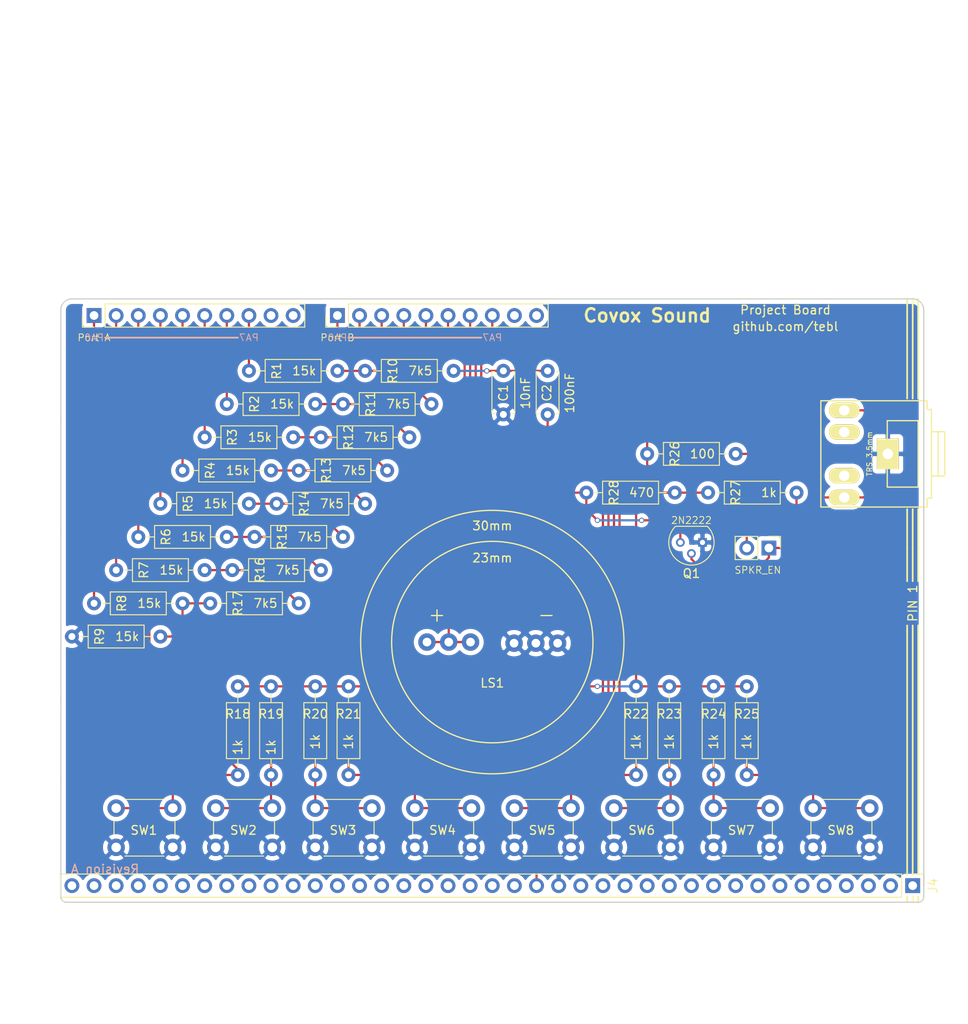
<source format=kicad_pcb>
(kicad_pcb (version 20171130) (host pcbnew "(5.1.5)-3")
  (layers (0 F.Cu signal) (31 B.Cu signal) (34 B.Paste user) (35 F.Paste user) (36 B.SilkS user) (37 F.SilkS user) (38 B.Mask user) (39 F.Mask user) (44 Edge.Cuts user))
  (net 0 "")
  (net 1 GND)
  (net 2 VCC)
  (net 3 "Net-(R13-Pad1)")
  (net 4 "Net-(R14-Pad1)")
  (net 5 "Net-(C1-Pad1)")
  (net 6 /PA0)
  (net 7 /PA1)
  (net 8 /PA2)
  (net 9 /PA3)
  (net 10 /PA4)
  (net 11 /PA5)
  (net 12 /PA6)
  (net 13 /PA7)
  (net 14 /PB0)
  (net 15 /PB1)
  (net 16 /PB2)
  (net 17 /PB3)
  (net 18 /PB4)
  (net 19 /PB5)
  (net 20 /PB6)
  (net 21 /PB7)
  (net 22 "Net-(R1-Pad2)")
  (net 23 "Net-(R11-Pad1)")
  (net 24 "Net-(R12-Pad1)")
  (net 25 "Net-(R15-Pad1)")
  (net 26 "Net-(R16-Pad1)")
  (net 27 "Net-(R17-Pad1)")
  (net 28 "Net-(C2-Pad2)")
  (net 29 "Net-(J2-Pad2)")
  (net 30 "Net-(JP1-Pad1)")
  (net 31 "Net-(LS1-Pad1)")
  (module speaker:Mini_Speaker (layer F.Cu) (at 149.86 117.475)
    (fp_text reference LS1 (at 0 4.699) (layer F.SilkS))
    (fp_text value Speaker)
    (fp_text user 30mm (at 0 -13.335) (layer F.SilkS))
    (fp_text user 23mm (at 0 -9.652) (layer F.SilkS))
    (pad 2 thru_hole circle (at 7.5 0.127) (size 2 2) (drill 1) (layers *.Cu *.Mask) (net 1 GND))
    (pad 1 thru_hole circle (at -7.5 0) (size 2 2) (drill 1) (layers *.Cu *.Mask) (net 31 "Net-(LS1-Pad1)"))
    (pad 1 thru_hole circle (at -5 0) (size 2 2) (drill 1) (layers *.Cu *.Mask) (net 31 "Net-(LS1-Pad1)"))
    (pad 2 thru_hole circle (at 5 0.127) (size 2 2) (drill 1) (layers *.Cu *.Mask) (net 1 GND))
    (pad 1 thru_hole circle (at -2.5 0) (size 2 2) (drill 1) (layers *.Cu *.Mask) (net 31 "Net-(LS1-Pad1)"))
    (pad 2 thru_hole circle (at 2.5 0.127) (size 2 2) (drill 1) (layers *.Cu *.Mask) (net 1 GND))
  )
  (module Resistors_THT:R_Axial_DIN0207_L6.3mm_D2.5mm_P10.16mm_Horizontal (layer F.Cu) (at 170.815 100.33 180)
    (fp_text reference R28 (at 6.985 0 90) (layer F.SilkS))
    (fp_text value 470 (at 3.81 0) (layer F.SilkS))
    (pad 2 thru_hole oval (at 10.16 0 180) (size 1.6 1.6) (drill 0.8) (layers *.Cu *.Mask) (net 31 "Net-(LS1-Pad1)"))
    (pad 1 thru_hole circle (at 0 0 180) (size 1.6 1.6) (drill 0.8) (layers *.Cu *.Mask) (net 2 VCC))
  )
  (module Resistors_THT:R_Axial_DIN0207_L6.3mm_D2.5mm_P10.16mm_Horizontal (layer F.Cu) (at 167.64 95.885)
    (fp_text reference R26 (at 3.175 0 90) (layer F.SilkS))
    (fp_text value 100 (at 6.35 0) (layer F.SilkS))
    (pad 2 thru_hole oval (at 10.16 0) (size 1.6 1.6) (drill 0.8) (layers *.Cu *.Mask) (net 29 "Net-(J2-Pad2)"))
    (pad 1 thru_hole circle (at 0 0) (size 1.6 1.6) (drill 0.8) (layers *.Cu *.Mask) (net 28 "Net-(C2-Pad2)"))
  )
  (module Resistors_THT:R_Axial_DIN0207_L6.3mm_D2.5mm_P10.16mm_Horizontal (layer F.Cu) (at 174.625 100.33)
    (fp_text reference R27 (at 3.175 0 90) (layer F.SilkS))
    (fp_text value 1k (at 6.985 0) (layer F.SilkS))
    (pad 1 thru_hole circle (at 0 0) (size 1.6 1.6) (drill 0.8) (layers *.Cu *.Mask) (net 2 VCC))
    (pad 2 thru_hole oval (at 10.16 0) (size 1.6 1.6) (drill 0.8) (layers *.Cu *.Mask) (net 30 "Net-(JP1-Pad1)"))
  )
  (module Capacitors_THT:C_Disc_D4.7mm_W2.5mm_P5.00mm (layer F.Cu) (at 151.13 86.36 270)
    (fp_text reference C1 (at 2.54 0 270) (layer F.SilkS))
    (fp_text value 10nF (at 2.54 -2.54 270) (layer F.SilkS))
    (pad 1 thru_hole circle (at 0 0 270) (size 1.6 1.6) (drill 0.8) (layers *.Cu *.Mask) (net 5 "Net-(C1-Pad1)"))
    (pad 2 thru_hole circle (at 5 0 270) (size 1.6 1.6) (drill 0.8) (layers *.Cu *.Mask) (net 1 GND))
  )
  (module Capacitors_THT:C_Disc_D4.7mm_W2.5mm_P5.00mm (layer F.Cu) (at 156.21 86.36 270)
    (fp_text reference C2 (at 2.54 0.084999 270) (layer F.SilkS))
    (fp_text value 100nF (at 2.54 -2.54 270) (layer F.SilkS))
    (pad 1 thru_hole circle (at 0 0 270) (size 1.6 1.6) (drill 0.8) (layers *.Cu *.Mask) (net 5 "Net-(C1-Pad1)"))
    (pad 2 thru_hole circle (at 5 0 270) (size 1.6 1.6) (drill 0.8) (layers *.Cu *.Mask) (net 28 "Net-(C2-Pad2)"))
  )
  (module Resistors_THT:R_Axial_DIN0207_L6.3mm_D2.5mm_P10.16mm_Horizontal (layer F.Cu) (at 133.35 132.715 90)
    (fp_text reference R21 (at 6.985 0 180) (layer F.SilkS))
    (fp_text value 1k (at 3.81 0 90) (layer F.SilkS))
    (pad 1 thru_hole circle (at 0 0 90) (size 1.6 1.6) (drill 0.8) (layers *.Cu *.Mask) (net 17 /PB3))
    (pad 2 thru_hole oval (at 10.16 0 90) (size 1.6 1.6) (drill 0.8) (layers *.Cu *.Mask) (net 2 VCC))
  )
  (module Resistors_THT:R_Axial_DIN0207_L6.3mm_D2.5mm_P10.16mm_Horizontal (layer F.Cu) (at 135.255 86.36)
    (fp_text reference R10 (at 3.175 0 90) (layer F.SilkS))
    (fp_text value 7k5 (at 6.35 0) (layer F.SilkS))
    (pad 1 thru_hole circle (at 0 0) (size 1.6 1.6) (drill 0.8) (layers *.Cu *.Mask) (net 22 "Net-(R1-Pad2)"))
    (pad 2 thru_hole oval (at 10.16 0) (size 1.6 1.6) (drill 0.8) (layers *.Cu *.Mask) (net 5 "Net-(C1-Pad1)"))
  )
  (module Buttons_Switches_THT:SW_PUSH_6mm (layer F.Cu) (at 106.68 136.525)
    (fp_text reference SW1 (at 3.175 2.54) (layer F.SilkS))
    (fp_text value SW_Push)
    (pad 2 thru_hole circle (at 0 4.5 90) (size 2 2) (drill 1.1) (layers *.Cu *.Mask) (net 1 GND))
    (pad 1 thru_hole circle (at 0 0 90) (size 2 2) (drill 1.1) (layers *.Cu *.Mask) (net 14 /PB0))
    (pad 2 thru_hole circle (at 6.5 4.5 90) (size 2 2) (drill 1.1) (layers *.Cu *.Mask) (net 1 GND))
    (pad 1 thru_hole circle (at 6.5 0 90) (size 2 2) (drill 1.1) (layers *.Cu *.Mask) (net 14 /PB0))
  )
  (module Buttons_Switches_THT:SW_PUSH_6mm (layer F.Cu) (at 118.11 136.525)
    (fp_text reference SW2 (at 3.175 2.54) (layer F.SilkS))
    (fp_text value SW_Push)
    (pad 2 thru_hole circle (at 0 4.5 90) (size 2 2) (drill 1.1) (layers *.Cu *.Mask) (net 1 GND))
    (pad 1 thru_hole circle (at 0 0 90) (size 2 2) (drill 1.1) (layers *.Cu *.Mask) (net 15 /PB1))
    (pad 2 thru_hole circle (at 6.5 4.5 90) (size 2 2) (drill 1.1) (layers *.Cu *.Mask) (net 1 GND))
    (pad 1 thru_hole circle (at 6.5 0 90) (size 2 2) (drill 1.1) (layers *.Cu *.Mask) (net 15 /PB1))
  )
  (module Resistors_THT:R_Axial_DIN0207_L6.3mm_D2.5mm_P10.16mm_Horizontal (layer F.Cu) (at 120.65 132.715 90)
    (fp_text reference R18 (at 6.985 0 180) (layer F.SilkS))
    (fp_text value 1k (at 3.175 0 90) (layer F.SilkS))
    (pad 1 thru_hole circle (at 0 0 90) (size 1.6 1.6) (drill 0.8) (layers *.Cu *.Mask) (net 14 /PB0))
    (pad 2 thru_hole oval (at 10.16 0 90) (size 1.6 1.6) (drill 0.8) (layers *.Cu *.Mask) (net 2 VCC))
  )
  (module Resistors_THT:R_Axial_DIN0207_L6.3mm_D2.5mm_P10.16mm_Horizontal (layer F.Cu) (at 124.46 132.715 90)
    (fp_text reference R19 (at 6.985 0 180) (layer F.SilkS))
    (fp_text value 1k (at 3.175 0 90) (layer F.SilkS))
    (pad 1 thru_hole circle (at 0 0 90) (size 1.6 1.6) (drill 0.8) (layers *.Cu *.Mask) (net 15 /PB1))
    (pad 2 thru_hole oval (at 10.16 0 90) (size 1.6 1.6) (drill 0.8) (layers *.Cu *.Mask) (net 2 VCC))
  )
  (module Resistors_THT:R_Axial_DIN0207_L6.3mm_D2.5mm_P10.16mm_Horizontal (layer F.Cu) (at 121.92 86.36)
    (fp_text reference R1 (at 3.175 0 90) (layer F.SilkS))
    (fp_text value 15k (at 6.35 0) (layer F.SilkS))
    (pad 1 thru_hole circle (at 0 0) (size 1.6 1.6) (drill 0.8) (layers *.Cu *.Mask) (net 13 /PA7))
    (pad 2 thru_hole oval (at 10.16 0) (size 1.6 1.6) (drill 0.8) (layers *.Cu *.Mask) (net 22 "Net-(R1-Pad2)"))
  )
  (module Resistors_THT:R_Axial_DIN0207_L6.3mm_D2.5mm_P10.16mm_Horizontal (layer F.Cu) (at 119.38 90.17)
    (fp_text reference R2 (at 3.175 0 90) (layer F.SilkS))
    (fp_text value 15k (at 6.35 0) (layer F.SilkS))
    (pad 1 thru_hole circle (at 0 0) (size 1.6 1.6) (drill 0.8) (layers *.Cu *.Mask) (net 12 /PA6))
    (pad 2 thru_hole oval (at 10.16 0) (size 1.6 1.6) (drill 0.8) (layers *.Cu *.Mask) (net 23 "Net-(R11-Pad1)"))
  )
  (module Resistors_THT:R_Axial_DIN0207_L6.3mm_D2.5mm_P10.16mm_Horizontal (layer F.Cu) (at 116.84 93.98)
    (fp_text reference R3 (at 3.175 0 90) (layer F.SilkS))
    (fp_text value 15k (at 6.35 0) (layer F.SilkS))
    (pad 1 thru_hole circle (at 0 0) (size 1.6 1.6) (drill 0.8) (layers *.Cu *.Mask) (net 11 /PA5))
    (pad 2 thru_hole oval (at 10.16 0) (size 1.6 1.6) (drill 0.8) (layers *.Cu *.Mask) (net 24 "Net-(R12-Pad1)"))
  )
  (module Resistors_THT:R_Axial_DIN0207_L6.3mm_D2.5mm_P10.16mm_Horizontal (layer F.Cu) (at 114.3 97.79)
    (fp_text reference R4 (at 3.175 0 90) (layer F.SilkS))
    (fp_text value 15k (at 6.35 0) (layer F.SilkS))
    (pad 1 thru_hole circle (at 0 0) (size 1.6 1.6) (drill 0.8) (layers *.Cu *.Mask) (net 10 /PA4))
    (pad 2 thru_hole oval (at 10.16 0) (size 1.6 1.6) (drill 0.8) (layers *.Cu *.Mask) (net 3 "Net-(R13-Pad1)"))
  )
  (module Resistors_THT:R_Axial_DIN0207_L6.3mm_D2.5mm_P10.16mm_Horizontal (layer F.Cu) (at 111.76 101.6)
    (fp_text reference R5 (at 3.175 0 90) (layer F.SilkS))
    (fp_text value 15k (at 6.35 0) (layer F.SilkS))
    (pad 1 thru_hole circle (at 0 0) (size 1.6 1.6) (drill 0.8) (layers *.Cu *.Mask) (net 9 /PA3))
    (pad 2 thru_hole oval (at 10.16 0) (size 1.6 1.6) (drill 0.8) (layers *.Cu *.Mask) (net 4 "Net-(R14-Pad1)"))
  )
  (module Resistors_THT:R_Axial_DIN0207_L6.3mm_D2.5mm_P10.16mm_Horizontal (layer F.Cu) (at 109.22 105.41)
    (fp_text reference R6 (at 3.175 0 90) (layer F.SilkS))
    (fp_text value 15k (at 6.35 0) (layer F.SilkS))
    (pad 1 thru_hole circle (at 0 0) (size 1.6 1.6) (drill 0.8) (layers *.Cu *.Mask) (net 8 /PA2))
    (pad 2 thru_hole oval (at 10.16 0) (size 1.6 1.6) (drill 0.8) (layers *.Cu *.Mask) (net 25 "Net-(R15-Pad1)"))
  )
  (module Resistors_THT:R_Axial_DIN0207_L6.3mm_D2.5mm_P10.16mm_Horizontal (layer F.Cu) (at 106.68 109.22)
    (fp_text reference R7 (at 3.175 0 90) (layer F.SilkS))
    (fp_text value 15k (at 6.35 0) (layer F.SilkS))
    (pad 1 thru_hole circle (at 0 0) (size 1.6 1.6) (drill 0.8) (layers *.Cu *.Mask) (net 7 /PA1))
    (pad 2 thru_hole oval (at 10.16 0) (size 1.6 1.6) (drill 0.8) (layers *.Cu *.Mask) (net 26 "Net-(R16-Pad1)"))
  )
  (module Resistors_THT:R_Axial_DIN0207_L6.3mm_D2.5mm_P10.16mm_Horizontal (layer F.Cu) (at 104.14 113.03)
    (fp_text reference R8 (at 3.175 0 90) (layer F.SilkS))
    (fp_text value 15k (at 6.35 0) (layer F.SilkS))
    (pad 1 thru_hole circle (at 0 0) (size 1.6 1.6) (drill 0.8) (layers *.Cu *.Mask) (net 6 /PA0))
    (pad 2 thru_hole oval (at 10.16 0) (size 1.6 1.6) (drill 0.8) (layers *.Cu *.Mask) (net 27 "Net-(R17-Pad1)"))
  )
  (module Resistors_THT:R_Axial_DIN0207_L6.3mm_D2.5mm_P10.16mm_Horizontal (layer F.Cu) (at 101.6 116.84)
    (fp_text reference R9 (at 3.175 0 90) (layer F.SilkS))
    (fp_text value 15k (at 6.35 0) (layer F.SilkS))
    (pad 1 thru_hole circle (at 0 0) (size 1.6 1.6) (drill 0.8) (layers *.Cu *.Mask) (net 1 GND))
    (pad 2 thru_hole oval (at 10.16 0) (size 1.6 1.6) (drill 0.8) (layers *.Cu *.Mask) (net 27 "Net-(R17-Pad1)"))
  )
  (module Resistors_THT:R_Axial_DIN0207_L6.3mm_D2.5mm_P10.16mm_Horizontal (layer F.Cu) (at 129.54 132.715 90)
    (fp_text reference R20 (at 6.985 0 180) (layer F.SilkS))
    (fp_text value 1k (at 3.81 0 90) (layer F.SilkS))
    (pad 1 thru_hole circle (at 0 0 90) (size 1.6 1.6) (drill 0.8) (layers *.Cu *.Mask) (net 16 /PB2))
    (pad 2 thru_hole oval (at 10.16 0 90) (size 1.6 1.6) (drill 0.8) (layers *.Cu *.Mask) (net 2 VCC))
  )
  (module Resistors_THT:R_Axial_DIN0207_L6.3mm_D2.5mm_P10.16mm_Horizontal (layer F.Cu) (at 132.715 90.17)
    (fp_text reference R11 (at 3.175 0 90) (layer F.SilkS))
    (fp_text value 7k5 (at 6.35 0) (layer F.SilkS))
    (pad 1 thru_hole circle (at 0 0) (size 1.6 1.6) (drill 0.8) (layers *.Cu *.Mask) (net 23 "Net-(R11-Pad1)"))
    (pad 2 thru_hole oval (at 10.16 0) (size 1.6 1.6) (drill 0.8) (layers *.Cu *.Mask) (net 22 "Net-(R1-Pad2)"))
  )
  (module Resistors_THT:R_Axial_DIN0207_L6.3mm_D2.5mm_P10.16mm_Horizontal (layer F.Cu) (at 130.175 93.98)
    (fp_text reference R12 (at 3.175 0 90) (layer F.SilkS))
    (fp_text value 7k5 (at 6.35 0) (layer F.SilkS))
    (pad 1 thru_hole circle (at 0 0) (size 1.6 1.6) (drill 0.8) (layers *.Cu *.Mask) (net 24 "Net-(R12-Pad1)"))
    (pad 2 thru_hole oval (at 10.16 0) (size 1.6 1.6) (drill 0.8) (layers *.Cu *.Mask) (net 23 "Net-(R11-Pad1)"))
  )
  (module Resistors_THT:R_Axial_DIN0207_L6.3mm_D2.5mm_P10.16mm_Horizontal (layer F.Cu) (at 127.635 97.79)
    (fp_text reference R13 (at 3.175 0 90) (layer F.SilkS))
    (fp_text value 7k5 (at 6.35 0) (layer F.SilkS))
    (pad 1 thru_hole circle (at 0 0) (size 1.6 1.6) (drill 0.8) (layers *.Cu *.Mask) (net 3 "Net-(R13-Pad1)"))
    (pad 2 thru_hole oval (at 10.16 0) (size 1.6 1.6) (drill 0.8) (layers *.Cu *.Mask) (net 24 "Net-(R12-Pad1)"))
  )
  (module Resistors_THT:R_Axial_DIN0207_L6.3mm_D2.5mm_P10.16mm_Horizontal (layer F.Cu) (at 125.095 101.6)
    (fp_text reference R14 (at 3.175 0 90) (layer F.SilkS))
    (fp_text value 7k5 (at 6.35 0) (layer F.SilkS))
    (pad 1 thru_hole circle (at 0 0) (size 1.6 1.6) (drill 0.8) (layers *.Cu *.Mask) (net 4 "Net-(R14-Pad1)"))
    (pad 2 thru_hole oval (at 10.16 0) (size 1.6 1.6) (drill 0.8) (layers *.Cu *.Mask) (net 3 "Net-(R13-Pad1)"))
  )
  (module Resistors_THT:R_Axial_DIN0207_L6.3mm_D2.5mm_P10.16mm_Horizontal (layer F.Cu) (at 122.555 105.41)
    (fp_text reference R15 (at 3.175 0 90) (layer F.SilkS))
    (fp_text value 7k5 (at 6.35 0) (layer F.SilkS))
    (pad 1 thru_hole circle (at 0 0) (size 1.6 1.6) (drill 0.8) (layers *.Cu *.Mask) (net 25 "Net-(R15-Pad1)"))
    (pad 2 thru_hole oval (at 10.16 0) (size 1.6 1.6) (drill 0.8) (layers *.Cu *.Mask) (net 4 "Net-(R14-Pad1)"))
  )
  (module Resistors_THT:R_Axial_DIN0207_L6.3mm_D2.5mm_P10.16mm_Horizontal (layer F.Cu) (at 120.015 109.22)
    (fp_text reference R16 (at 3.175 0 90) (layer F.SilkS))
    (fp_text value 7k5 (at 6.35 0) (layer F.SilkS))
    (pad 1 thru_hole circle (at 0 0) (size 1.6 1.6) (drill 0.8) (layers *.Cu *.Mask) (net 26 "Net-(R16-Pad1)"))
    (pad 2 thru_hole oval (at 10.16 0) (size 1.6 1.6) (drill 0.8) (layers *.Cu *.Mask) (net 25 "Net-(R15-Pad1)"))
  )
  (module Resistors_THT:R_Axial_DIN0207_L6.3mm_D2.5mm_P10.16mm_Horizontal (layer F.Cu) (at 117.475 113.03)
    (fp_text reference R17 (at 3.175 0 90) (layer F.SilkS))
    (fp_text value 7k5 (at 6.35 0) (layer F.SilkS))
    (pad 1 thru_hole circle (at 0 0) (size 1.6 1.6) (drill 0.8) (layers *.Cu *.Mask) (net 27 "Net-(R17-Pad1)"))
    (pad 2 thru_hole oval (at 10.16 0) (size 1.6 1.6) (drill 0.8) (layers *.Cu *.Mask) (net 26 "Net-(R16-Pad1)"))
  )
  (module Resistors_THT:R_Axial_DIN0207_L6.3mm_D2.5mm_P10.16mm_Horizontal (layer F.Cu) (at 166.37 132.715 90)
    (fp_text reference R22 (at 6.985 0 180) (layer F.SilkS))
    (fp_text value 1k (at 3.81 0 90) (layer F.SilkS))
    (pad 1 thru_hole circle (at 0 0 90) (size 1.6 1.6) (drill 0.8) (layers *.Cu *.Mask) (net 18 /PB4))
    (pad 2 thru_hole oval (at 10.16 0 90) (size 1.6 1.6) (drill 0.8) (layers *.Cu *.Mask) (net 2 VCC))
  )
  (module Resistors_THT:R_Axial_DIN0207_L6.3mm_D2.5mm_P10.16mm_Horizontal (layer F.Cu) (at 170.18 132.715 90)
    (fp_text reference R23 (at 6.985 0 180) (layer F.SilkS))
    (fp_text value 1k (at 3.81 0 90) (layer F.SilkS))
    (pad 1 thru_hole circle (at 0 0 90) (size 1.6 1.6) (drill 0.8) (layers *.Cu *.Mask) (net 19 /PB5))
    (pad 2 thru_hole oval (at 10.16 0 90) (size 1.6 1.6) (drill 0.8) (layers *.Cu *.Mask) (net 2 VCC))
  )
  (module Resistors_THT:R_Axial_DIN0207_L6.3mm_D2.5mm_P10.16mm_Horizontal (layer F.Cu) (at 175.26 132.715 90)
    (fp_text reference R24 (at 6.985 0 180) (layer F.SilkS))
    (fp_text value 1k (at 3.81 0 90) (layer F.SilkS))
    (pad 1 thru_hole circle (at 0 0 90) (size 1.6 1.6) (drill 0.8) (layers *.Cu *.Mask) (net 20 /PB6))
    (pad 2 thru_hole oval (at 10.16 0 90) (size 1.6 1.6) (drill 0.8) (layers *.Cu *.Mask) (net 2 VCC))
  )
  (module Resistors_THT:R_Axial_DIN0207_L6.3mm_D2.5mm_P10.16mm_Horizontal (layer F.Cu) (at 179.07 132.715 90)
    (fp_text reference R25 (at 6.985 0 180) (layer F.SilkS))
    (fp_text value 1k (at 3.81 0 90) (layer F.SilkS))
    (pad 1 thru_hole circle (at 0 0 90) (size 1.6 1.6) (drill 0.8) (layers *.Cu *.Mask) (net 21 /PB7))
    (pad 2 thru_hole oval (at 10.16 0 90) (size 1.6 1.6) (drill 0.8) (layers *.Cu *.Mask) (net 2 VCC))
  )
  (module Buttons_Switches_THT:SW_PUSH_6mm (layer F.Cu) (at 129.54 136.525)
    (fp_text reference SW3 (at 3.175 2.54) (layer F.SilkS))
    (fp_text value SW_Push)
    (pad 2 thru_hole circle (at 0 4.5 90) (size 2 2) (drill 1.1) (layers *.Cu *.Mask) (net 1 GND))
    (pad 1 thru_hole circle (at 0 0 90) (size 2 2) (drill 1.1) (layers *.Cu *.Mask) (net 16 /PB2))
    (pad 2 thru_hole circle (at 6.5 4.5 90) (size 2 2) (drill 1.1) (layers *.Cu *.Mask) (net 1 GND))
    (pad 1 thru_hole circle (at 6.5 0 90) (size 2 2) (drill 1.1) (layers *.Cu *.Mask) (net 16 /PB2))
  )
  (module Buttons_Switches_THT:SW_PUSH_6mm (layer F.Cu) (at 140.97 136.525)
    (fp_text reference SW4 (at 3.175 2.54) (layer F.SilkS))
    (fp_text value SW_Push)
    (pad 2 thru_hole circle (at 0 4.5 90) (size 2 2) (drill 1.1) (layers *.Cu *.Mask) (net 1 GND))
    (pad 1 thru_hole circle (at 0 0 90) (size 2 2) (drill 1.1) (layers *.Cu *.Mask) (net 17 /PB3))
    (pad 2 thru_hole circle (at 6.5 4.5 90) (size 2 2) (drill 1.1) (layers *.Cu *.Mask) (net 1 GND))
    (pad 1 thru_hole circle (at 6.5 0 90) (size 2 2) (drill 1.1) (layers *.Cu *.Mask) (net 17 /PB3))
  )
  (module Buttons_Switches_THT:SW_PUSH_6mm (layer F.Cu) (at 152.4 136.525)
    (fp_text reference SW5 (at 3.175 2.54) (layer F.SilkS))
    (fp_text value SW_Push)
    (pad 2 thru_hole circle (at 0 4.5 90) (size 2 2) (drill 1.1) (layers *.Cu *.Mask) (net 1 GND))
    (pad 1 thru_hole circle (at 0 0 90) (size 2 2) (drill 1.1) (layers *.Cu *.Mask) (net 18 /PB4))
    (pad 2 thru_hole circle (at 6.5 4.5 90) (size 2 2) (drill 1.1) (layers *.Cu *.Mask) (net 1 GND))
    (pad 1 thru_hole circle (at 6.5 0 90) (size 2 2) (drill 1.1) (layers *.Cu *.Mask) (net 18 /PB4))
  )
  (module Buttons_Switches_THT:SW_PUSH_6mm (layer F.Cu) (at 163.83 136.525)
    (fp_text reference SW6 (at 3.175 2.54) (layer F.SilkS))
    (fp_text value SW_Push)
    (pad 2 thru_hole circle (at 0 4.5 90) (size 2 2) (drill 1.1) (layers *.Cu *.Mask) (net 1 GND))
    (pad 1 thru_hole circle (at 0 0 90) (size 2 2) (drill 1.1) (layers *.Cu *.Mask) (net 19 /PB5))
    (pad 2 thru_hole circle (at 6.5 4.5 90) (size 2 2) (drill 1.1) (layers *.Cu *.Mask) (net 1 GND))
    (pad 1 thru_hole circle (at 6.5 0 90) (size 2 2) (drill 1.1) (layers *.Cu *.Mask) (net 19 /PB5))
  )
  (module Buttons_Switches_THT:SW_PUSH_6mm (layer F.Cu) (at 175.26 136.525)
    (fp_text reference SW7 (at 3.175 2.54) (layer F.SilkS))
    (fp_text value SW_Push)
    (pad 2 thru_hole circle (at 0 4.5 90) (size 2 2) (drill 1.1) (layers *.Cu *.Mask) (net 1 GND))
    (pad 1 thru_hole circle (at 0 0 90) (size 2 2) (drill 1.1) (layers *.Cu *.Mask) (net 20 /PB6))
    (pad 2 thru_hole circle (at 6.5 4.5 90) (size 2 2) (drill 1.1) (layers *.Cu *.Mask) (net 1 GND))
    (pad 1 thru_hole circle (at 6.5 0 90) (size 2 2) (drill 1.1) (layers *.Cu *.Mask) (net 20 /PB6))
  )
  (module Buttons_Switches_THT:SW_PUSH_6mm (layer F.Cu) (at 186.69 136.525)
    (fp_text reference SW8 (at 3.175 2.54) (layer F.SilkS))
    (fp_text value SW_Push)
    (pad 2 thru_hole circle (at 0 4.5 90) (size 2 2) (drill 1.1) (layers *.Cu *.Mask) (net 1 GND))
    (pad 1 thru_hole circle (at 0 0 90) (size 2 2) (drill 1.1) (layers *.Cu *.Mask) (net 21 /PB7))
    (pad 2 thru_hole circle (at 6.5 4.5 90) (size 2 2) (drill 1.1) (layers *.Cu *.Mask) (net 1 GND))
    (pad 1 thru_hole circle (at 6.5 0 90) (size 2 2) (drill 1.1) (layers *.Cu *.Mask) (net 21 /PB7))
  )
  (module Pin_Headers:Pin_Header_Straight_1x10_Pitch2.54mm (layer F.Cu) (at 104.14 80.01 90)
    (fp_text reference J1)
    (fp_text value "Port A" (at -2.54 0 180) (layer F.SilkS) (effects (font (size 0.8 0.8) (thickness 0.1))))
    (pad 1 thru_hole rect (at 0 0 90) (size 1.7 1.7) (drill 1) (layers *.Cu *.Mask) (net 6 /PA0))
    (pad 2 thru_hole oval (at 0 2.54 90) (size 1.7 1.7) (drill 1) (layers *.Cu *.Mask) (net 7 /PA1))
    (pad 3 thru_hole oval (at 0 5.08 90) (size 1.7 1.7) (drill 1) (layers *.Cu *.Mask) (net 8 /PA2))
    (pad 4 thru_hole oval (at 0 7.62 90) (size 1.7 1.7) (drill 1) (layers *.Cu *.Mask) (net 9 /PA3))
    (pad 5 thru_hole oval (at 0 10.16 90) (size 1.7 1.7) (drill 1) (layers *.Cu *.Mask) (net 10 /PA4))
    (pad 6 thru_hole oval (at 0 12.7 90) (size 1.7 1.7) (drill 1) (layers *.Cu *.Mask) (net 11 /PA5))
    (pad 7 thru_hole oval (at 0 15.24 90) (size 1.7 1.7) (drill 1) (layers *.Cu *.Mask) (net 12 /PA6))
    (pad 8 thru_hole oval (at 0 17.78 90) (size 1.7 1.7) (drill 1) (layers *.Cu *.Mask) (net 13 /PA7))
    (pad 9 thru_hole oval (at 0 20.32 90) (size 1.7 1.7) (drill 1) (layers *.Cu *.Mask))
    (pad 10 thru_hole oval (at 0 22.86 90) (size 1.7 1.7) (drill 1) (layers *.Cu *.Mask))
  )
  (module Pin_Headers:Pin_Header_Straight_1x39_Pitch2.54mm (layer F.Cu) (at 198.12 145.415 270)
    (fp_text reference J4 (at 0 -2.33 270) (layer F.SilkS))
    (fp_text value Signals)
    (pad 1 thru_hole rect (at 0 0 270) (size 1.7 1.7) (drill 1) (layers *.Cu *.Mask))
    (pad 2 thru_hole oval (at 0 2.54 270) (size 1.7 1.7) (drill 1) (layers *.Cu *.Mask))
    (pad 3 thru_hole oval (at 0 5.08 270) (size 1.7 1.7) (drill 1) (layers *.Cu *.Mask))
    (pad 4 thru_hole oval (at 0 7.62 270) (size 1.7 1.7) (drill 1) (layers *.Cu *.Mask))
    (pad 5 thru_hole oval (at 0 10.16 270) (size 1.7 1.7) (drill 1) (layers *.Cu *.Mask))
    (pad 6 thru_hole oval (at 0 12.7 270) (size 1.7 1.7) (drill 1) (layers *.Cu *.Mask))
    (pad 7 thru_hole oval (at 0 15.24 270) (size 1.7 1.7) (drill 1) (layers *.Cu *.Mask))
    (pad 8 thru_hole oval (at 0 17.78 270) (size 1.7 1.7) (drill 1) (layers *.Cu *.Mask))
    (pad 9 thru_hole oval (at 0 20.32 270) (size 1.7 1.7) (drill 1) (layers *.Cu *.Mask))
    (pad 10 thru_hole oval (at 0 22.86 270) (size 1.7 1.7) (drill 1) (layers *.Cu *.Mask))
    (pad 11 thru_hole oval (at 0 25.4 270) (size 1.7 1.7) (drill 1) (layers *.Cu *.Mask))
    (pad 12 thru_hole oval (at 0 27.94 270) (size 1.7 1.7) (drill 1) (layers *.Cu *.Mask))
    (pad 13 thru_hole oval (at 0 30.48 270) (size 1.7 1.7) (drill 1) (layers *.Cu *.Mask))
    (pad 14 thru_hole oval (at 0 33.02 270) (size 1.7 1.7) (drill 1) (layers *.Cu *.Mask))
    (pad 15 thru_hole oval (at 0 35.56 270) (size 1.7 1.7) (drill 1) (layers *.Cu *.Mask))
    (pad 16 thru_hole oval (at 0 38.1 270) (size 1.7 1.7) (drill 1) (layers *.Cu *.Mask))
    (pad 17 thru_hole oval (at 0 40.64 270) (size 1.7 1.7) (drill 1) (layers *.Cu *.Mask) (net 1 GND))
    (pad 18 thru_hole oval (at 0 43.18 270) (size 1.7 1.7) (drill 1) (layers *.Cu *.Mask) (net 2 VCC))
    (pad 19 thru_hole oval (at 0 45.72 270) (size 1.7 1.7) (drill 1) (layers *.Cu *.Mask))
    (pad 20 thru_hole oval (at 0 48.26 270) (size 1.7 1.7) (drill 1) (layers *.Cu *.Mask))
    (pad 21 thru_hole oval (at 0 50.8 270) (size 1.7 1.7) (drill 1) (layers *.Cu *.Mask))
    (pad 22 thru_hole oval (at 0 53.34 270) (size 1.7 1.7) (drill 1) (layers *.Cu *.Mask))
    (pad 23 thru_hole oval (at 0 55.88 270) (size 1.7 1.7) (drill 1) (layers *.Cu *.Mask))
    (pad 24 thru_hole oval (at 0 58.42 270) (size 1.7 1.7) (drill 1) (layers *.Cu *.Mask))
    (pad 25 thru_hole oval (at 0 60.96 270) (size 1.7 1.7) (drill 1) (layers *.Cu *.Mask))
    (pad 26 thru_hole oval (at 0 63.5 270) (size 1.7 1.7) (drill 1) (layers *.Cu *.Mask))
    (pad 27 thru_hole oval (at 0 66.04 270) (size 1.7 1.7) (drill 1) (layers *.Cu *.Mask))
    (pad 28 thru_hole oval (at 0 68.58 270) (size 1.7 1.7) (drill 1) (layers *.Cu *.Mask))
    (pad 29 thru_hole oval (at 0 71.12 270) (size 1.7 1.7) (drill 1) (layers *.Cu *.Mask))
    (pad 30 thru_hole oval (at 0 73.66 270) (size 1.7 1.7) (drill 1) (layers *.Cu *.Mask))
    (pad 31 thru_hole oval (at 0 76.2 270) (size 1.7 1.7) (drill 1) (layers *.Cu *.Mask))
    (pad 32 thru_hole oval (at 0 78.74 270) (size 1.7 1.7) (drill 1) (layers *.Cu *.Mask))
    (pad 33 thru_hole oval (at 0 81.28 270) (size 1.7 1.7) (drill 1) (layers *.Cu *.Mask))
    (pad 34 thru_hole oval (at 0 83.82 270) (size 1.7 1.7) (drill 1) (layers *.Cu *.Mask))
    (pad 35 thru_hole oval (at 0 86.36 270) (size 1.7 1.7) (drill 1) (layers *.Cu *.Mask))
    (pad 36 thru_hole oval (at 0 88.9 270) (size 1.7 1.7) (drill 1) (layers *.Cu *.Mask))
    (pad 37 thru_hole oval (at 0 91.44 270) (size 1.7 1.7) (drill 1) (layers *.Cu *.Mask))
    (pad 38 thru_hole oval (at 0 93.98 270) (size 1.7 1.7) (drill 1) (layers *.Cu *.Mask))
    (pad 39 thru_hole oval (at 0 96.52 270) (size 1.7 1.7) (drill 1) (layers *.Cu *.Mask))
  )
  (module Pin_Headers:Pin_Header_Straight_1x10_Pitch2.54mm (layer F.Cu) (at 132.08 80.01 90)
    (fp_text reference J3)
    (fp_text value "Port B" (at -2.54 0 180) (layer F.SilkS) (effects (font (size 0.8 0.8) (thickness 0.1))))
    (pad 1 thru_hole rect (at 0 0 90) (size 1.7 1.7) (drill 1) (layers *.Cu *.Mask) (net 14 /PB0))
    (pad 2 thru_hole oval (at 0 2.54 90) (size 1.7 1.7) (drill 1) (layers *.Cu *.Mask) (net 15 /PB1))
    (pad 3 thru_hole oval (at 0 5.08 90) (size 1.7 1.7) (drill 1) (layers *.Cu *.Mask) (net 16 /PB2))
    (pad 4 thru_hole oval (at 0 7.62 90) (size 1.7 1.7) (drill 1) (layers *.Cu *.Mask) (net 17 /PB3))
    (pad 5 thru_hole oval (at 0 10.16 90) (size 1.7 1.7) (drill 1) (layers *.Cu *.Mask) (net 18 /PB4))
    (pad 6 thru_hole oval (at 0 12.7 90) (size 1.7 1.7) (drill 1) (layers *.Cu *.Mask) (net 19 /PB5))
    (pad 7 thru_hole oval (at 0 15.24 90) (size 1.7 1.7) (drill 1) (layers *.Cu *.Mask) (net 20 /PB6))
    (pad 8 thru_hole oval (at 0 17.78 90) (size 1.7 1.7) (drill 1) (layers *.Cu *.Mask) (net 21 /PB7))
    (pad 9 thru_hole oval (at 0 20.32 90) (size 1.7 1.7) (drill 1) (layers *.Cu *.Mask))
    (pad 10 thru_hole oval (at 0 22.86 90) (size 1.7 1.7) (drill 1) (layers *.Cu *.Mask))
  )
  (module trs:Tayda_3.5mm_stereo_TRS_jack_A-853 (layer F.Cu) (at 193.675 95.885 270)
    (fp_text reference J2)
    (fp_text value TRS_3.5mm (at 0 0.508 270) (layer F.SilkS) (effects (font (size 0.6 0.6) (thickness 0.1))))
    (pad 1 thru_hole rect (at 0 -1.596 270) (size 3.5 2.5) (drill 1.2) (layers *.Cu *.Mask F.SilkS) (net 1 GND))
    (pad 2 thru_hole oval (at 5 3.41 270) (size 1.75 3.5) (drill 1.2) (layers *.Cu *.Mask F.SilkS) (net 29 "Net-(J2-Pad2)"))
    (pad 5 thru_hole oval (at -5 3.41 270) (size 1.75 3.5) (drill 1.2) (layers *.Cu *.Mask F.SilkS) (net 29 "Net-(J2-Pad2)"))
    (pad 3 thru_hole oval (at 2.5 3.41 270) (size 1.75 3.5) (drill 1.2) (layers *.Cu *.Mask F.SilkS))
    (pad 4 thru_hole oval (at -2.5 3.41 270) (size 1.75 3.5) (drill 1.2) (layers *.Cu *.Mask F.SilkS))
  )
  (module Pin_Headers:Pin_Header_Straight_1x02_Pitch2.54mm (layer F.Cu) (at 181.61 106.68 270)
    (fp_text reference JP1)
    (fp_text value SPKR_EN (at 2.54 1.27) (layer F.SilkS) (effects (font (size 0.8 0.8) (thickness 0.1))))
    (pad 1 thru_hole rect (at 0 0 270) (size 1.7 1.7) (drill 1) (layers *.Cu *.Mask) (net 30 "Net-(JP1-Pad1)"))
    (pad 2 thru_hole oval (at 0 2.54 270) (size 1.7 1.7) (drill 1) (layers *.Cu *.Mask) (net 28 "Net-(C2-Pad2)"))
  )
  (module TO_SOT_Packages_THT:TO-92_Molded_Narrow (layer F.Cu) (at 173.99 106.045 180)
    (fp_text reference Q1 (at 1.27 -3.56) (layer F.SilkS))
    (fp_text value 2N2222 (at 1.27 2.54) (layer F.SilkS) (effects (font (size 0.8 0.8) (thickness 0.1))))
    (pad 1 thru_hole rect (at 0 0 270) (size 1 1) (drill 0.6) (layers *.Cu *.Mask) (net 1 GND))
    (pad 3 thru_hole circle (at 2.54 0 270) (size 1 1) (drill 0.6) (layers *.Cu *.Mask) (net 31 "Net-(LS1-Pad1)"))
    (pad 2 thru_hole circle (at 1.27 -1.27 270) (size 1 1) (drill 0.6) (layers *.Cu *.Mask) (net 30 "Net-(JP1-Pad1)"))
  )
  (gr_line (start 133.35 82.55) (end 148.59 82.55) (angle 90) (layer B.SilkS) (width 0.2))
  (gr_text PA0 (at 132.08 82.55) (layer B.SilkS) (effects (font (size 0.8 0.8) (thickness 0.1)) (justify mirror)))
  (gr_text PA7 (at 149.86 82.55) (layer B.SilkS) (effects (font (size 0.8 0.8) (thickness 0.1)) (justify mirror)))
  (gr_line (start 198.755 89.535) (end 198.755 80.01) (angle 90) (layer F.SilkS) (width 0.2))
  (gr_line (start 198.12 80.01) (end 198.12 89.535) (angle 90) (layer F.SilkS) (width 0.2))
  (gr_line (start 197.485 89.535) (end 197.485 80.01) (angle 90) (layer F.SilkS) (width 0.2))
  (gr_line (start 198.755 106.68) (end 198.755 102.235) (angle 90) (layer F.SilkS) (width 0.2))
  (gr_line (start 198.12 102.235) (end 198.12 106.68) (angle 90) (layer F.SilkS) (width 0.2))
  (gr_line (start 197.485 106.68) (end 197.485 102.235) (angle 90) (layer F.SilkS) (width 0.2))
  (gr_line (start 198.755 110.49) (end 198.755 106.68) (angle 90) (layer F.SilkS) (width 0.2))
  (gr_line (start 198.12 106.68) (end 198.12 110.49) (angle 90) (layer F.SilkS) (width 0.2))
  (gr_line (start 197.485 110.49) (end 197.485 106.68) (angle 90) (layer F.SilkS) (width 0.2))
  (gr_line (start 105.41 82.55) (end 120.65 82.55) (angle 90) (layer B.SilkS) (width 0.2))
  (gr_text PA7 (at 121.92 82.55) (layer B.SilkS) (effects (font (size 0.8 0.8) (thickness 0.1)) (justify mirror)))
  (gr_text PA0 (at 104.14 82.55) (layer B.SilkS) (effects (font (size 0.8 0.8) (thickness 0.1)) (justify mirror)))
  (gr_line (start 198.755 146.685) (end 198.755 147.32) (angle 90) (layer F.SilkS) (width 0.2))
  (gr_line (start 198.12 146.685) (end 198.12 147.32) (angle 90) (layer F.SilkS) (width 0.2))
  (gr_line (start 197.485 146.685) (end 197.485 147.32) (angle 90) (layer F.SilkS) (width 0.2))
  (gr_line (start 198.755 115.57) (end 198.755 144.145) (angle 90) (layer F.SilkS) (width 0.2))
  (gr_line (start 198.12 144.145) (end 198.12 115.57) (angle 90) (layer F.SilkS) (width 0.2))
  (gr_line (start 197.485 115.57) (end 197.485 144.145) (angle 90) (layer F.SilkS) (width 0.2))
  (gr_line (start 100.33 146.685) (end 100.33 133.985) (angle 90) (layer Edge.Cuts) (width 0.15))
  (gr_line (start 199.39 146.685) (end 199.39 79.375) (angle 90) (layer Edge.Cuts) (width 0.15))
  (gr_line (start 100.965 147.32) (end 198.755 147.32) (angle 90) (layer Edge.Cuts) (width 0.15))
  (gr_arc (start 100.965 146.685) (end 100.965 147.32) (angle 90) (layer Edge.Cuts) (width 0.15))
  (gr_arc (start 198.755 146.685) (end 199.39 146.685) (angle 90) (layer Edge.Cuts) (width 0.15))
  (gr_line (start 100.33 79.375) (end 100.33 92.075) (angle 90) (layer Edge.Cuts) (width 0.15))
  (gr_line (start 198.12 78.105) (end 101.6 78.105) (angle 90) (layer Edge.Cuts) (width 0.15))
  (gr_arc (start 198.12 79.375) (end 198.12 78.105) (angle 90) (layer Edge.Cuts) (width 0.15))
  (gr_arc (start 101.6 79.375) (end 100.33 79.375) (angle 90) (layer Edge.Cuts) (width 0.15))
  (gr_line (start 198.755 80.01) (end 198.755 78.105) (angle 90) (layer F.SilkS) (width 0.2))
  (gr_line (start 198.12 80.01) (end 198.12 78.105) (angle 90) (layer F.SilkS) (width 0.2))
  (gr_line (start 197.485 80.01) (end 197.485 78.105) (angle 90) (layer F.SilkS) (width 0.2))
  (gr_line (start 100.33 104.775) (end 100.33 92.075) (angle 90) (layer Edge.Cuts) (width 0.15))
  (gr_line (start 100.33 133.35) (end 100.33 124.46) (angle 90) (layer Edge.Cuts) (width 0.15))
  (gr_text "Revision A" (at 105.41 143.51) (layer B.SilkS) (effects (font (size 1 1)) (justify mirror)))
  (gr_text github.com/tebl (at 183.515 81.28) (layer F.SilkS) (effects (font (size 1 1))))
  (gr_text "Project Board" (at 183.515 79.375) (layer F.SilkS) (effects (font (size 1 1))))
  (gr_text "Covox Sound" (at 167.64 80.01) (layer F.SilkS) (effects (font (size 1.5 1.5) (thickness 0.3))))
  (gr_text "PIN 1" (at 198.12 113.03 90) (layer F.SilkS) (effects (font (size 1 1))))
  (gr_line (start 100.33 124.46) (end 100.33 123.825) (angle 90) (layer Edge.Cuts) (width 0.15))
  (gr_line (start 100.33 133.985) (end 100.33 133.35) (angle 90) (layer Edge.Cuts) (width 0.15))
  (gr_line (start 100.33 104.775) (end 100.33 123.825) (angle 90) (layer Edge.Cuts) (width 0.15))
  (segment (start 149.86 123.825) (end 149.86 138.43) (width 0.25) (layer F.Cu) (net 2))
  (segment (start 149.86 123.19) (end 149.86 123.825) (width 0.25) (layer F.Cu) (net 2))
  (segment (start 150.495 139.065) (end 151.13 139.065) (width 0.25) (layer F.Cu) (net 2))
  (segment (start 149.86 138.43) (end 150.495 139.065) (width 0.25) (layer F.Cu) (net 2))
  (segment (start 149.86 123.19) (end 150.495 122.555) (width 0.25) (layer F.Cu) (net 2))
  (segment (start 150.495 122.555) (end 151.13 122.555) (width 0.25) (layer F.Cu) (net 2))
  (segment (start 149.86 123.19) (end 149.225 122.555) (width 0.25) (layer F.Cu) (net 2))
  (segment (start 133.35 122.555) (end 149.225 122.555) (width 0.25) (layer F.Cu) (net 2))
  (segment (start 154.94 145.415) (end 154.94 139.7) (width 0.25) (layer F.Cu) (net 2))
  (segment (start 154.94 139.7) (end 154.305 139.065) (width 0.25) (layer F.Cu) (net 2))
  (segment (start 154.305 139.065) (end 151.13 139.065) (width 0.25) (layer F.Cu) (net 2))
  (segment (start 161.925 122.555) (end 166.37 122.555) (width 0.25) (layer B.Cu) (net 2))
  (via (at 161.925 122.555) (size 0.6) (drill 0.4) (layers F.Cu B.Cu) (net 2))
  (segment (start 151.13 122.555) (end 161.925 122.555) (width 0.25) (layer F.Cu) (net 2))
  (segment (start 175.26 122.555) (end 179.07 122.555) (width 0.25) (layer F.Cu) (net 2))
  (segment (start 170.18 122.555) (end 172.085 122.555) (width 0.25) (layer F.Cu) (net 2))
  (segment (start 172.085 122.555) (end 175.26 122.555) (width 0.25) (layer F.Cu) (net 2))
  (segment (start 166.37 122.555) (end 170.18 122.555) (width 0.25) (layer F.Cu) (net 2))
  (segment (start 129.54 122.555) (end 133.35 122.555) (width 0.25) (layer F.Cu) (net 2))
  (segment (start 124.46 122.555) (end 129.54 122.555) (width 0.25) (layer F.Cu) (net 2))
  (segment (start 120.65 122.555) (end 124.46 122.555) (width 0.25) (layer F.Cu) (net 2))
  (segment (start 170.815 100.33) (end 174.625 100.33) (width 0.25) (layer F.Cu) (net 2))
  (segment (start 166.37 122.555) (end 166.37 100.965) (width 0.25) (layer F.Cu) (net 2))
  (segment (start 167.005 100.33) (end 170.815 100.33) (width 0.25) (layer F.Cu) (net 2))
  (segment (start 166.37 100.965) (end 167.005 100.33) (width 0.25) (layer F.Cu) (net 2))
  (segment (start 127.635 97.79) (end 131.445 97.79) (width 0.25) (layer F.Cu) (net 3))
  (segment (start 131.445 97.79) (end 135.255 101.6) (width 0.25) (layer F.Cu) (net 3))
  (segment (start 124.46 97.79) (end 127.635 97.79) (width 0.25) (layer F.Cu) (net 3))
  (segment (start 125.095 101.6) (end 128.905 101.6) (width 0.25) (layer F.Cu) (net 4))
  (segment (start 128.905 101.6) (end 132.715 105.41) (width 0.25) (layer F.Cu) (net 4))
  (segment (start 121.92 101.6) (end 125.095 101.6) (width 0.25) (layer F.Cu) (net 4))
  (segment (start 156.21 86.36) (end 154.94 86.36) (width 0.25) (layer F.Cu) (net 5))
  (segment (start 154.94 86.36) (end 151.13 86.36) (width 0.25) (layer F.Cu) (net 5))
  (segment (start 151.13 86.36) (end 149.225 86.36) (width 0.25) (layer F.Cu) (net 5))
  (segment (start 149.225 86.36) (end 145.415 86.36) (width 0.25) (layer B.Cu) (net 5))
  (via (at 149.225 86.36) (size 0.6) (drill 0.4) (layers F.Cu B.Cu) (net 5))
  (segment (start 104.14 113.03) (end 104.14 80.01) (width 0.25) (layer F.Cu) (net 6))
  (segment (start 106.68 80.01) (end 106.68 109.22) (width 0.25) (layer F.Cu) (net 7))
  (segment (start 109.22 105.41) (end 109.22 80.01) (width 0.25) (layer F.Cu) (net 8))
  (segment (start 111.76 80.01) (end 111.76 101.6) (width 0.25) (layer F.Cu) (net 9))
  (segment (start 114.3 97.79) (end 114.3 80.01) (width 0.25) (layer F.Cu) (net 10))
  (segment (start 116.84 80.01) (end 116.84 93.98) (width 0.25) (layer F.Cu) (net 11))
  (segment (start 119.38 80.01) (end 119.38 90.17) (width 0.25) (layer F.Cu) (net 12))
  (segment (start 121.92 86.36) (end 121.92 80.01) (width 0.25) (layer F.Cu) (net 13))
  (segment (start 108.585 111.125) (end 108.585 130.81) (width 0.25) (layer F.Cu) (net 14))
  (segment (start 108.585 130.81) (end 109.22 131.445) (width 0.25) (layer F.Cu) (net 14))
  (segment (start 120.65 132.715) (end 120.65 132.08) (width 0.25) (layer F.Cu) (net 14))
  (segment (start 120.65 132.08) (end 120.015 131.445) (width 0.25) (layer F.Cu) (net 14))
  (segment (start 120.015 131.445) (end 109.22 131.445) (width 0.25) (layer F.Cu) (net 14))
  (segment (start 108.585 108.585) (end 108.585 111.125) (width 0.25) (layer F.Cu) (net 14))
  (segment (start 132.08 81.28) (end 131.445 81.915) (width 0.25) (layer F.Cu) (net 14))
  (segment (start 131.445 81.915) (end 124.46 81.915) (width 0.25) (layer F.Cu) (net 14))
  (segment (start 124.46 81.915) (end 123.825 82.55) (width 0.25) (layer F.Cu) (net 14))
  (segment (start 123.825 82.55) (end 123.825 88.265) (width 0.25) (layer F.Cu) (net 14))
  (segment (start 123.825 88.265) (end 118.745 93.345) (width 0.25) (layer F.Cu) (net 14))
  (segment (start 118.745 93.345) (end 118.745 95.885) (width 0.25) (layer F.Cu) (net 14))
  (segment (start 118.745 95.885) (end 113.665 100.965) (width 0.25) (layer F.Cu) (net 14))
  (segment (start 113.665 100.965) (end 113.665 103.505) (width 0.25) (layer F.Cu) (net 14))
  (segment (start 113.665 103.505) (end 108.585 108.585) (width 0.25) (layer F.Cu) (net 14))
  (segment (start 132.08 81.28) (end 132.08 80.01) (width 0.25) (layer F.Cu) (net 14))
  (segment (start 120.65 132.715) (end 114.3 132.715) (width 0.25) (layer F.Cu) (net 14))
  (segment (start 113.18 133.835) (end 113.18 133.985) (width 0.25) (layer F.Cu) (net 14))
  (segment (start 113.18 133.985) (end 113.18 136.525) (width 0.25) (layer F.Cu) (net 14))
  (segment (start 114.3 132.715) (end 113.18 133.835) (width 0.25) (layer F.Cu) (net 14))
  (segment (start 106.68 136.525) (end 113.18 136.525) (width 0.25) (layer F.Cu) (net 14))
  (segment (start 109.855 130.81) (end 109.22 130.175) (width 0.25) (layer F.Cu) (net 15))
  (segment (start 109.22 130.175) (end 109.22 111.76) (width 0.25) (layer F.Cu) (net 15))
  (segment (start 109.855 108.585) (end 109.22 109.22) (width 0.25) (layer F.Cu) (net 15))
  (segment (start 114.3 104.14) (end 109.855 108.585) (width 0.25) (layer F.Cu) (net 15))
  (segment (start 119.38 93.98) (end 119.38 96.52) (width 0.25) (layer F.Cu) (net 15))
  (segment (start 134.62 80.01) (end 134.62 81.915) (width 0.25) (layer F.Cu) (net 15))
  (segment (start 124.46 83.185) (end 124.46 88.9) (width 0.25) (layer F.Cu) (net 15))
  (segment (start 125.095 82.55) (end 124.46 83.185) (width 0.25) (layer F.Cu) (net 15))
  (segment (start 133.985 82.55) (end 125.095 82.55) (width 0.25) (layer F.Cu) (net 15))
  (segment (start 134.62 81.915) (end 133.985 82.55) (width 0.25) (layer F.Cu) (net 15))
  (segment (start 119.38 93.98) (end 124.46 88.9) (width 0.25) (layer F.Cu) (net 15))
  (segment (start 119.38 96.52) (end 114.3 101.6) (width 0.25) (layer F.Cu) (net 15))
  (segment (start 114.3 101.6) (end 114.3 104.14) (width 0.25) (layer F.Cu) (net 15))
  (segment (start 109.22 109.22) (end 109.22 111.76) (width 0.25) (layer F.Cu) (net 15))
  (segment (start 124.46 131.445) (end 124.46 132.715) (width 0.25) (layer F.Cu) (net 15))
  (segment (start 123.825 130.81) (end 124.46 131.445) (width 0.25) (layer F.Cu) (net 15))
  (segment (start 109.855 130.81) (end 123.825 130.81) (width 0.25) (layer F.Cu) (net 15))
  (segment (start 124.46 132.715) (end 124.46 136.375) (width 0.25) (layer F.Cu) (net 15))
  (segment (start 124.46 136.375) (end 124.61 136.525) (width 0.25) (layer F.Cu) (net 15))
  (segment (start 118.11 136.525) (end 124.61 136.525) (width 0.25) (layer F.Cu) (net 15))
  (segment (start 109.855 112.395) (end 109.855 129.54) (width 0.25) (layer F.Cu) (net 16))
  (segment (start 109.855 129.54) (end 110.49 130.175) (width 0.25) (layer F.Cu) (net 16))
  (segment (start 115.57 130.175) (end 128.905 130.175) (width 0.25) (layer F.Cu) (net 16))
  (segment (start 110.49 130.175) (end 115.57 130.175) (width 0.25) (layer F.Cu) (net 16))
  (segment (start 111.125 108.585) (end 109.855 109.855) (width 0.25) (layer F.Cu) (net 16))
  (segment (start 114.935 104.775) (end 111.125 108.585) (width 0.25) (layer F.Cu) (net 16))
  (segment (start 120.015 94.615) (end 120.015 97.155) (width 0.25) (layer F.Cu) (net 16))
  (segment (start 125.095 89.535) (end 120.015 94.615) (width 0.25) (layer F.Cu) (net 16))
  (segment (start 137.16 80.01) (end 137.16 82.55) (width 0.25) (layer F.Cu) (net 16))
  (segment (start 125.095 83.82) (end 125.095 87.63) (width 0.25) (layer F.Cu) (net 16))
  (segment (start 125.73 83.185) (end 125.095 83.82) (width 0.25) (layer F.Cu) (net 16))
  (segment (start 136.525 83.185) (end 125.73 83.185) (width 0.25) (layer F.Cu) (net 16))
  (segment (start 137.16 82.55) (end 136.525 83.185) (width 0.25) (layer F.Cu) (net 16))
  (segment (start 125.095 87.63) (end 125.095 89.535) (width 0.25) (layer F.Cu) (net 16))
  (segment (start 120.015 97.155) (end 114.935 102.235) (width 0.25) (layer F.Cu) (net 16))
  (segment (start 114.935 102.235) (end 114.935 104.775) (width 0.25) (layer F.Cu) (net 16))
  (segment (start 109.855 109.855) (end 109.855 112.395) (width 0.25) (layer F.Cu) (net 16))
  (segment (start 129.54 130.81) (end 129.54 132.715) (width 0.25) (layer F.Cu) (net 16))
  (segment (start 128.905 130.175) (end 129.54 130.81) (width 0.25) (layer F.Cu) (net 16))
  (segment (start 129.54 132.715) (end 129.54 136.525) (width 0.25) (layer F.Cu) (net 16))
  (segment (start 129.54 136.525) (end 136.04 136.525) (width 0.25) (layer F.Cu) (net 16))
  (segment (start 110.49 121.285) (end 110.49 128.905) (width 0.25) (layer F.Cu) (net 17))
  (segment (start 110.49 113.03) (end 110.49 121.285) (width 0.25) (layer F.Cu) (net 17))
  (segment (start 110.49 128.905) (end 111.125 129.54) (width 0.25) (layer F.Cu) (net 17))
  (segment (start 110.49 110.49) (end 110.49 113.03) (width 0.25) (layer F.Cu) (net 17))
  (segment (start 115.57 102.87) (end 115.57 105.41) (width 0.25) (layer F.Cu) (net 17))
  (segment (start 120.65 97.79) (end 115.57 102.87) (width 0.25) (layer F.Cu) (net 17))
  (segment (start 125.73 86.995) (end 125.73 90.17) (width 0.25) (layer F.Cu) (net 17))
  (segment (start 139.7 83.185) (end 139.065 83.82) (width 0.25) (layer F.Cu) (net 17))
  (segment (start 139.065 83.82) (end 126.365 83.82) (width 0.25) (layer F.Cu) (net 17))
  (segment (start 126.365 83.82) (end 125.73 84.455) (width 0.25) (layer F.Cu) (net 17))
  (segment (start 125.73 84.455) (end 125.73 86.995) (width 0.25) (layer F.Cu) (net 17))
  (segment (start 139.7 80.01) (end 139.7 83.185) (width 0.25) (layer F.Cu) (net 17))
  (segment (start 125.73 90.17) (end 120.65 95.25) (width 0.25) (layer F.Cu) (net 17))
  (segment (start 120.65 95.25) (end 120.65 97.79) (width 0.25) (layer F.Cu) (net 17))
  (segment (start 115.57 105.41) (end 111.76 109.22) (width 0.25) (layer F.Cu) (net 17))
  (segment (start 111.76 109.22) (end 110.49 110.49) (width 0.25) (layer F.Cu) (net 17))
  (segment (start 133.35 130.175) (end 133.35 132.715) (width 0.25) (layer F.Cu) (net 17))
  (segment (start 132.715 129.54) (end 133.35 130.175) (width 0.25) (layer F.Cu) (net 17))
  (segment (start 111.125 129.54) (end 132.715 129.54) (width 0.25) (layer F.Cu) (net 17))
  (segment (start 133.35 132.715) (end 139.7 132.715) (width 0.25) (layer F.Cu) (net 17))
  (segment (start 140.97 133.985) (end 140.97 136.525) (width 0.25) (layer F.Cu) (net 17))
  (segment (start 139.7 132.715) (end 140.97 133.985) (width 0.25) (layer F.Cu) (net 17))
  (segment (start 140.97 136.525) (end 147.47 136.525) (width 0.25) (layer F.Cu) (net 17))
  (segment (start 158.115 96.52) (end 161.925 96.52) (width 0.25) (layer F.Cu) (net 18))
  (segment (start 166.37 127) (end 165.735 126.365) (width 0.25) (layer F.Cu) (net 18))
  (segment (start 166.37 132.715) (end 166.37 127) (width 0.25) (layer F.Cu) (net 18))
  (segment (start 146.685 95.885) (end 147.32 96.52) (width 0.25) (layer F.Cu) (net 18))
  (segment (start 147.32 96.52) (end 157.48 96.52) (width 0.25) (layer F.Cu) (net 18))
  (segment (start 157.48 96.52) (end 158.115 96.52) (width 0.25) (layer F.Cu) (net 18))
  (segment (start 142.24 83.185) (end 142.24 80.01) (width 0.25) (layer F.Cu) (net 18))
  (segment (start 146.685 84.455) (end 146.685 88.9) (width 0.25) (layer F.Cu) (net 18))
  (segment (start 146.05 83.82) (end 146.685 84.455) (width 0.25) (layer F.Cu) (net 18))
  (segment (start 142.875 83.82) (end 146.05 83.82) (width 0.25) (layer F.Cu) (net 18))
  (segment (start 142.24 83.185) (end 142.875 83.82) (width 0.25) (layer F.Cu) (net 18))
  (segment (start 146.685 88.9) (end 146.685 95.885) (width 0.25) (layer F.Cu) (net 18))
  (segment (start 163.195 126.365) (end 165.735 126.365) (width 0.25) (layer F.Cu) (net 18))
  (segment (start 162.56 125.73) (end 163.195 126.365) (width 0.25) (layer F.Cu) (net 18))
  (segment (start 162.56 97.155) (end 162.56 125.73) (width 0.25) (layer F.Cu) (net 18))
  (segment (start 161.925 96.52) (end 162.56 97.155) (width 0.25) (layer F.Cu) (net 18))
  (segment (start 166.37 132.715) (end 160.02 132.715) (width 0.25) (layer F.Cu) (net 18))
  (segment (start 158.9 133.835) (end 158.9 136.525) (width 0.25) (layer F.Cu) (net 18))
  (segment (start 160.02 132.715) (end 158.9 133.835) (width 0.25) (layer F.Cu) (net 18))
  (segment (start 152.4 136.525) (end 158.9 136.525) (width 0.25) (layer F.Cu) (net 18))
  (segment (start 156.21 95.885) (end 162.56 95.885) (width 0.25) (layer F.Cu) (net 19))
  (segment (start 170.18 126.365) (end 169.545 125.73) (width 0.25) (layer F.Cu) (net 19))
  (segment (start 169.545 125.73) (end 164.465 125.73) (width 0.25) (layer F.Cu) (net 19))
  (segment (start 170.18 132.715) (end 170.18 126.365) (width 0.25) (layer F.Cu) (net 19))
  (segment (start 147.32 95.25) (end 147.955 95.885) (width 0.25) (layer F.Cu) (net 19))
  (segment (start 147.955 95.885) (end 156.21 95.885) (width 0.25) (layer F.Cu) (net 19))
  (segment (start 144.78 82.55) (end 144.78 80.01) (width 0.25) (layer F.Cu) (net 19))
  (segment (start 147.32 83.82) (end 147.32 88.265) (width 0.25) (layer F.Cu) (net 19))
  (segment (start 146.685 83.185) (end 147.32 83.82) (width 0.25) (layer F.Cu) (net 19))
  (segment (start 145.415 83.185) (end 146.685 83.185) (width 0.25) (layer F.Cu) (net 19))
  (segment (start 144.78 82.55) (end 145.415 83.185) (width 0.25) (layer F.Cu) (net 19))
  (segment (start 147.32 88.265) (end 147.32 95.25) (width 0.25) (layer F.Cu) (net 19))
  (segment (start 163.83 125.73) (end 164.465 125.73) (width 0.25) (layer F.Cu) (net 19))
  (segment (start 163.195 125.095) (end 163.83 125.73) (width 0.25) (layer F.Cu) (net 19))
  (segment (start 163.195 96.52) (end 163.195 125.095) (width 0.25) (layer F.Cu) (net 19))
  (segment (start 162.56 95.885) (end 163.195 96.52) (width 0.25) (layer F.Cu) (net 19))
  (segment (start 170.33 136.525) (end 170.33 132.865) (width 0.25) (layer F.Cu) (net 19))
  (segment (start 170.33 132.865) (end 170.18 132.715) (width 0.25) (layer F.Cu) (net 19))
  (segment (start 163.83 136.525) (end 170.33 136.525) (width 0.25) (layer F.Cu) (net 19))
  (segment (start 147.955 88.265) (end 147.955 94.615) (width 0.25) (layer F.Cu) (net 20))
  (segment (start 147.32 82.55) (end 147.955 83.185) (width 0.25) (layer F.Cu) (net 20))
  (segment (start 147.955 83.185) (end 147.955 88.265) (width 0.25) (layer F.Cu) (net 20))
  (segment (start 147.32 80.01) (end 147.32 82.55) (width 0.25) (layer F.Cu) (net 20))
  (segment (start 175.26 125.73) (end 174.625 125.095) (width 0.25) (layer F.Cu) (net 20))
  (segment (start 174.625 125.095) (end 164.465 125.095) (width 0.25) (layer F.Cu) (net 20))
  (segment (start 175.26 125.73) (end 175.26 132.715) (width 0.25) (layer F.Cu) (net 20))
  (segment (start 163.83 124.46) (end 164.465 125.095) (width 0.25) (layer F.Cu) (net 20))
  (segment (start 163.83 95.885) (end 163.83 124.46) (width 0.25) (layer F.Cu) (net 20))
  (segment (start 163.195 95.25) (end 163.83 95.885) (width 0.25) (layer F.Cu) (net 20))
  (segment (start 148.59 95.25) (end 163.195 95.25) (width 0.25) (layer F.Cu) (net 20))
  (segment (start 147.955 94.615) (end 148.59 95.25) (width 0.25) (layer F.Cu) (net 20))
  (segment (start 175.26 132.715) (end 175.26 136.525) (width 0.25) (layer F.Cu) (net 20))
  (segment (start 175.26 136.525) (end 181.76 136.525) (width 0.25) (layer F.Cu) (net 20))
  (segment (start 148.59 83.185) (end 149.86 81.915) (width 0.25) (layer F.Cu) (net 21))
  (segment (start 165.1 124.46) (end 164.465 123.825) (width 0.25) (layer F.Cu) (net 21))
  (segment (start 164.465 123.825) (end 164.465 95.25) (width 0.25) (layer F.Cu) (net 21))
  (segment (start 164.465 95.25) (end 163.83 94.615) (width 0.25) (layer F.Cu) (net 21))
  (segment (start 163.83 94.615) (end 149.225 94.615) (width 0.25) (layer F.Cu) (net 21))
  (segment (start 149.225 94.615) (end 148.59 93.98) (width 0.25) (layer F.Cu) (net 21))
  (segment (start 148.59 93.98) (end 148.59 83.185) (width 0.25) (layer F.Cu) (net 21))
  (segment (start 179.07 132.715) (end 179.07 125.095) (width 0.25) (layer F.Cu) (net 21))
  (segment (start 178.435 124.46) (end 165.735 124.46) (width 0.25) (layer F.Cu) (net 21))
  (segment (start 179.07 125.095) (end 178.435 124.46) (width 0.25) (layer F.Cu) (net 21))
  (segment (start 165.735 124.46) (end 165.1 124.46) (width 0.25) (layer F.Cu) (net 21))
  (segment (start 149.86 81.915) (end 149.86 80.01) (width 0.25) (layer F.Cu) (net 21))
  (segment (start 179.07 132.715) (end 185.42 132.715) (width 0.25) (layer F.Cu) (net 21))
  (segment (start 186.69 133.985) (end 186.69 136.525) (width 0.25) (layer F.Cu) (net 21))
  (segment (start 185.42 132.715) (end 186.69 133.985) (width 0.25) (layer F.Cu) (net 21))
  (segment (start 186.69 136.525) (end 193.19 136.525) (width 0.25) (layer F.Cu) (net 21))
  (segment (start 135.255 86.36) (end 139.065 86.36) (width 0.25) (layer F.Cu) (net 22))
  (segment (start 139.065 86.36) (end 142.875 90.17) (width 0.25) (layer F.Cu) (net 22))
  (segment (start 132.08 86.36) (end 135.255 86.36) (width 0.25) (layer F.Cu) (net 22))
  (segment (start 132.715 90.17) (end 136.525 90.17) (width 0.25) (layer F.Cu) (net 23))
  (segment (start 136.525 90.17) (end 140.335 93.98) (width 0.25) (layer F.Cu) (net 23))
  (segment (start 129.54 90.17) (end 132.715 90.17) (width 0.25) (layer F.Cu) (net 23))
  (segment (start 130.175 93.98) (end 133.985 93.98) (width 0.25) (layer F.Cu) (net 24))
  (segment (start 133.985 93.98) (end 137.795 97.79) (width 0.25) (layer F.Cu) (net 24))
  (segment (start 127 93.98) (end 130.175 93.98) (width 0.25) (layer F.Cu) (net 24))
  (segment (start 122.555 105.41) (end 126.365 105.41) (width 0.25) (layer F.Cu) (net 25))
  (segment (start 126.365 105.41) (end 130.175 109.22) (width 0.25) (layer F.Cu) (net 25))
  (segment (start 119.38 105.41) (end 122.555 105.41) (width 0.25) (layer F.Cu) (net 25))
  (segment (start 120.015 109.22) (end 123.825 109.22) (width 0.25) (layer F.Cu) (net 26))
  (segment (start 123.825 109.22) (end 127.635 113.03) (width 0.25) (layer F.Cu) (net 26))
  (segment (start 116.84 109.22) (end 120.015 109.22) (width 0.25) (layer F.Cu) (net 26))
  (segment (start 111.76 116.84) (end 113.03 116.84) (width 0.25) (layer F.Cu) (net 27))
  (segment (start 114.3 115.57) (end 114.3 113.03) (width 0.25) (layer F.Cu) (net 27))
  (segment (start 113.03 116.84) (end 114.3 115.57) (width 0.25) (layer F.Cu) (net 27))
  (segment (start 114.3 113.03) (end 117.475 113.03) (width 0.25) (layer F.Cu) (net 27))
  (segment (start 156.21 91.36) (end 156.21 92.71) (width 0.25) (layer F.Cu) (net 28))
  (segment (start 156.21 92.71) (end 156.845 93.345) (width 0.25) (layer F.Cu) (net 28))
  (segment (start 156.845 93.345) (end 167.005 93.345) (width 0.25) (layer F.Cu) (net 28))
  (segment (start 167.64 93.98) (end 167.64 95.885) (width 0.25) (layer F.Cu) (net 28))
  (segment (start 167.005 93.345) (end 167.64 93.98) (width 0.25) (layer F.Cu) (net 28))
  (segment (start 179.07 106.68) (end 179.07 98.425) (width 0.25) (layer F.Cu) (net 28))
  (segment (start 179.07 98.425) (end 178.435 97.79) (width 0.25) (layer F.Cu) (net 28))
  (segment (start 178.435 97.79) (end 168.275 97.79) (width 0.25) (layer F.Cu) (net 28))
  (segment (start 167.64 97.155) (end 167.64 95.885) (width 0.25) (layer F.Cu) (net 28))
  (segment (start 168.275 97.79) (end 167.64 97.155) (width 0.25) (layer F.Cu) (net 28))
  (segment (start 190.265 100.885) (end 192.485 100.885) (width 0.25) (layer F.Cu) (net 29))
  (segment (start 192.485 100.885) (end 193.04 100.33) (width 0.25) (layer F.Cu) (net 29))
  (segment (start 193.04 100.33) (end 193.04 91.44) (width 0.25) (layer F.Cu) (net 29))
  (segment (start 193.04 91.44) (end 192.485 90.885) (width 0.25) (layer F.Cu) (net 29))
  (segment (start 192.485 90.885) (end 190.265 90.885) (width 0.25) (layer F.Cu) (net 29))
  (segment (start 186.055 95.885) (end 177.8 95.885) (width 0.25) (layer F.Cu) (net 29))
  (segment (start 190.265 100.885) (end 187.245 100.885) (width 0.25) (layer F.Cu) (net 29))
  (segment (start 187.245 100.885) (end 186.69 100.33) (width 0.25) (layer F.Cu) (net 29))
  (segment (start 186.69 96.52) (end 186.055 95.885) (width 0.25) (layer F.Cu) (net 29))
  (segment (start 186.69 100.33) (end 186.69 96.52) (width 0.25) (layer F.Cu) (net 29))
  (segment (start 184.785 100.33) (end 184.785 106.045) (width 0.25) (layer F.Cu) (net 30))
  (segment (start 184.15 106.68) (end 181.61 106.68) (width 0.25) (layer F.Cu) (net 30))
  (segment (start 184.785 106.045) (end 184.15 106.68) (width 0.25) (layer F.Cu) (net 30))
  (segment (start 172.72 107.95) (end 172.72 107.315) (width 0.25) (layer F.Cu) (net 30))
  (segment (start 173.355 108.585) (end 172.72 107.95) (width 0.25) (layer F.Cu) (net 30))
  (segment (start 180.805 108.585) (end 173.355 108.585) (width 0.25) (layer F.Cu) (net 30))
  (segment (start 181.61 106.68) (end 181.61 107.78) (width 0.25) (layer F.Cu) (net 30))
  (segment (start 181.61 107.78) (end 180.805 108.585) (width 0.25) (layer F.Cu) (net 30))
  (segment (start 142.36 117.475) (end 144.86 117.475) (width 0.25) (layer F.Cu) (net 31))
  (segment (start 144.86 117.475) (end 147.36 117.475) (width 0.25) (layer F.Cu) (net 31))
  (segment (start 144.86 117.475) (end 144.86 101.52) (width 0.25) (layer F.Cu) (net 31))
  (segment (start 146.05 100.33) (end 160.655 100.33) (width 0.25) (layer F.Cu) (net 31))
  (segment (start 144.86 101.52) (end 146.05 100.33) (width 0.25) (layer F.Cu) (net 31))
  (via (at 161.925 103.505) (size 0.6) (drill 0.4) (layers F.Cu B.Cu) (net 31))
  (segment (start 160.655 100.33) (end 160.655 102.235) (width 0.25) (layer F.Cu) (net 31))
  (segment (start 160.655 102.235) (end 161.925 103.505) (width 0.25) (layer F.Cu) (net 31))
  (via (at 167.005 103.505) (size 0.6) (drill 0.4) (layers F.Cu B.Cu) (net 31))
  (segment (start 161.925 103.505) (end 167.005 103.505) (width 0.25) (layer B.Cu) (net 31))
  (segment (start 167.005 103.505) (end 170.815 103.505) (width 0.25) (layer F.Cu) (net 31))
  (segment (start 171.45 104.14) (end 171.45 106.045) (width 0.25) (layer F.Cu) (net 31))
  (segment (start 170.815 103.505) (end 171.45 104.14) (width 0.25) (layer F.Cu) (net 31))
  (zone (net 1) (net_name GND) (layer B.Cu) (connect_pads (clearance 0.508)) (min_thickness 0.254) (fill yes (arc_segments 16) (thermal_gap 0.508) (thermal_bridge_width 0.508))
    (polygon (pts (xy 93.345 43.815) (xy 204.47 43.815) (xy 204.47 161.29) (xy 93.345 161.29)))
  )
)
</source>
